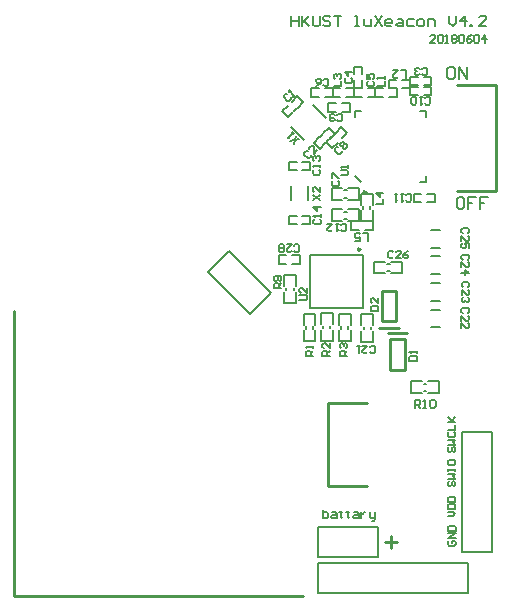
<source format=gto>
G04*
G04 #@! TF.GenerationSoftware,Altium Limited,Altium Designer,18.0.9 (584)*
G04*
G04 Layer_Color=65535*
%FSLAX25Y25*%
%MOIN*%
G70*
G01*
G75*
%ADD10C,0.00984*%
%ADD11C,0.01000*%
%ADD12C,0.00787*%
%ADD13C,0.00600*%
%ADD14C,0.00500*%
%ADD15C,0.00591*%
%ADD16C,0.00551*%
D10*
X117520Y134521D02*
G03*
X117520Y134521I-492J0D01*
G01*
D11*
X115551Y115551D02*
G03*
X115551Y115551I-394J0D01*
G01*
X124803Y87697D02*
X131201D01*
X130512Y75394D02*
Y85532D01*
X125591Y75394D02*
X130512D01*
X125591D02*
Y85532D01*
X130512D01*
X121949Y89370D02*
X128347D01*
X122638Y91535D02*
Y101673D01*
X127559D01*
Y91535D02*
Y101673D01*
X122638Y91535D02*
X127559D01*
X147736Y135039D02*
X160728D01*
X147638Y170276D02*
X160728D01*
Y135039D02*
Y170276D01*
X104921Y64370D02*
X117815D01*
X104921Y36713D02*
Y64370D01*
Y36713D02*
X117815D01*
X0Y0D02*
X96555D01*
X-0Y0D02*
X0Y0D01*
X-0Y0D02*
Y95079D01*
X123721Y17960D02*
X127719D01*
X125720Y19959D02*
Y15960D01*
D12*
X151594Y905D02*
Y10905D01*
X101594Y905D02*
X151594D01*
X101594Y10905D02*
X151594D01*
X101594Y905D02*
Y10905D01*
X101594Y12913D02*
Y22913D01*
X121595D01*
Y12913D02*
Y22913D01*
X101594Y12913D02*
X121595D01*
X136811Y68405D02*
X137598Y68405D01*
X136811Y70768D02*
X137598D01*
X124508Y110630D02*
X125295Y110630D01*
X124508Y108268D02*
X125295Y108268D01*
X109252Y89075D02*
Y89862D01*
X111614Y89862D02*
X111614Y89075D01*
X103248Y89173D02*
Y89961D01*
X105610Y89961D02*
X105610Y89173D01*
X97441Y89075D02*
Y89862D01*
X99803Y89862D02*
X99803Y89075D01*
X119095Y89665D02*
X119095Y88878D01*
X116732Y89665D02*
X116732Y88878D01*
X139044Y95472D02*
X142194D01*
X139044Y89567D02*
X142194D01*
X139044Y104331D02*
X142194D01*
X139044Y98425D02*
X142194D01*
X139044Y113189D02*
X142194D01*
X139044Y107283D02*
X142194D01*
X139044Y122047D02*
X142194D01*
X139044Y116142D02*
X142194D01*
X110196Y135157D02*
X110983D01*
X110196Y132794D02*
X110983D01*
X113879Y140033D02*
X115847Y138065D01*
X113879Y159718D02*
Y161687D01*
X115847D01*
X135532D02*
X137501D01*
Y159718D02*
Y161687D01*
Y138065D02*
Y140033D01*
X135532Y138065D02*
X137501D01*
X118871Y129082D02*
Y129869D01*
X116509Y129082D02*
Y129869D01*
X110196Y128057D02*
X110983D01*
X110196Y125695D02*
X110983D01*
X92321Y131950D02*
Y136675D01*
X98227Y131950D02*
Y136675D01*
X149331Y54606D02*
X159331D01*
Y14606D02*
Y54606D01*
X149331Y14606D02*
Y54606D01*
Y14606D02*
X159331D01*
X93307Y102756D02*
X93307Y101969D01*
X90945Y101969D02*
Y102756D01*
X116339Y95965D02*
Y113681D01*
X98622Y95965D02*
X116339D01*
X98622D02*
Y113681D01*
X116339D01*
X71767Y115028D02*
X85910Y100886D01*
X64696Y107957D02*
X71767Y115028D01*
X64696Y107957D02*
X78839Y93815D01*
X85910Y100886D01*
X149606Y132873D02*
X148294D01*
X147638Y132217D01*
Y129593D01*
X148294Y128937D01*
X149606D01*
X150262Y129593D01*
Y132217D01*
X149606Y132873D01*
X154197D02*
X151574D01*
Y130905D01*
X152885D01*
X151574D01*
Y128937D01*
X158133Y132873D02*
X155509D01*
Y130905D01*
X156821D01*
X155509D01*
Y128937D01*
X146555Y176312D02*
X145243D01*
X144587Y175656D01*
Y173032D01*
X145243Y172376D01*
X146555D01*
X147210Y173032D01*
Y175656D01*
X146555Y176312D01*
X148522Y172376D02*
Y176312D01*
X151146Y172376D01*
Y176312D01*
D13*
X138189Y67618D02*
X141831D01*
X132579D02*
X136221D01*
X138189Y71555D02*
X141831D01*
X132579D02*
X136221D01*
X141831D02*
X141831Y67618D01*
X132579D02*
X132579Y71555D01*
X120276Y111417D02*
X123917Y111417D01*
X125886Y111417D02*
X129528Y111417D01*
X120276Y107480D02*
X123917Y107480D01*
X125886D02*
X129527D01*
X129528Y111417D01*
X120276D02*
X120276Y107480D01*
X108465Y84842D02*
X112402Y84842D01*
X108465Y94095D02*
X112402Y94095D01*
X108465Y84842D02*
Y88484D01*
Y90453D02*
Y94095D01*
X112402Y84842D02*
Y88484D01*
Y90453D02*
Y94095D01*
X102461Y84941D02*
X106398Y84941D01*
X102461Y94193D02*
X106398Y94193D01*
X102461Y84941D02*
Y88583D01*
Y90551D02*
Y94193D01*
X106398Y84941D02*
Y88583D01*
Y90551D02*
Y94193D01*
X96653Y84842D02*
X100591Y84842D01*
X96653Y94095D02*
X100591Y94095D01*
X96653Y84842D02*
Y88484D01*
Y90453D02*
Y94095D01*
X100591Y84842D02*
Y88484D01*
Y90453D02*
Y94095D01*
X119882Y93898D02*
X119882Y90256D01*
X119882Y88287D02*
X119882Y84646D01*
X115945Y90256D02*
X115945Y93898D01*
X115945Y84646D02*
Y88287D01*
Y84646D02*
X119882Y84646D01*
X115945Y93898D02*
X119882Y93898D01*
X95472Y110728D02*
Y113484D01*
X88385Y110728D02*
Y113484D01*
X90945D01*
X92913D02*
X95472D01*
X88385Y110728D02*
X90945D01*
X92913D02*
X95472D01*
X113412Y176418D02*
X116168D01*
X113412Y169332D02*
X116168D01*
X113412D02*
Y171891D01*
Y173860D02*
Y176418D01*
X116168Y169332D02*
Y171891D01*
Y173860D02*
Y176418D01*
X139233Y170197D02*
Y172953D01*
X132146Y170197D02*
Y172953D01*
X134705D01*
X136674D02*
X139233D01*
X132146Y170197D02*
X134705Y170197D01*
X136674Y170197D02*
X139233D01*
X113447Y166398D02*
Y169154D01*
X120533Y166398D02*
Y169154D01*
X117974Y166398D02*
X120533Y166398D01*
X113447D02*
X116006D01*
X117974Y169154D02*
X120533D01*
X113447D02*
X116006D01*
X99247Y166398D02*
Y169154D01*
X106333Y166398D02*
Y169154D01*
X103774Y166398D02*
X106333D01*
X99247D02*
X101806D01*
X103774Y169154D02*
X106333D01*
X99247D02*
X101806D01*
X120547Y166398D02*
Y169154D01*
X127633Y166398D02*
Y169154D01*
X125074Y166398D02*
X127633D01*
X120547D02*
X123106Y166398D01*
X125074Y169154D02*
X127633D01*
X120547D02*
X123106D01*
X125047Y169198D02*
Y171954D01*
X132133Y169198D02*
Y171954D01*
X129574Y169198D02*
X132133D01*
X125047D02*
X127606D01*
X129574Y171954D02*
X132133D01*
X125047D02*
X127606D01*
X106347Y169154D02*
X106347Y166398D01*
X113433Y169154D02*
X113433Y166398D01*
X110874D02*
X113433D01*
X106347D02*
X108906Y166398D01*
X110874Y169154D02*
X113433D01*
X106347D02*
X108906D01*
X100010Y151045D02*
X101959Y149096D01*
X105021Y156056D02*
X106970Y154107D01*
X105160Y152298D02*
X106970Y154107D01*
X101959Y149096D02*
X103768Y150906D01*
X103211Y154246D02*
X105021Y156056D01*
X100010Y151045D02*
X101819Y152854D01*
X104947Y161398D02*
Y164154D01*
X112033Y161398D02*
Y164154D01*
X109474Y161398D02*
X112033D01*
X104947D02*
X107506D01*
X109474Y164154D02*
X112033D01*
X104947D02*
X107506D01*
X105964Y135944D02*
X109606D01*
X111574D02*
X115216D01*
X105964Y132007D02*
X109606D01*
X111574D02*
X115216D01*
Y135944D01*
X105964Y132007D02*
Y135944D01*
X104210Y151245D02*
X106159Y149296D01*
X109221Y156256D02*
X111170Y154307D01*
X109360Y152498D02*
X111170Y154307D01*
X106159Y149296D02*
X107968Y151106D01*
X107411Y154446D02*
X109221Y156256D01*
X104210Y151245D02*
X106019Y153054D01*
X140433Y131297D02*
Y134053D01*
X133346Y131297D02*
Y134053D01*
X135905D01*
X137874D02*
X140433D01*
X133346Y131297D02*
X135905D01*
X137874D02*
X140433D01*
X93488Y161603D02*
X94462Y162578D01*
X92513Y156175D02*
X96689Y151999D01*
X101992Y152987D02*
X103022Y154017D01*
X99918Y163524D02*
X104066Y159376D01*
X94521Y166555D02*
X96470Y164606D01*
X89510Y161544D02*
X91459Y159595D01*
X89510Y161544D02*
X91319Y163354D01*
X92711Y164745D02*
X94521Y166555D01*
X91459Y159595D02*
X93268Y161405D01*
X94660Y162797D02*
X96470Y164606D01*
X115721Y134101D02*
X119658D01*
X115721Y124850D02*
X119658D01*
Y130460D02*
Y134101D01*
Y124850D02*
Y128491D01*
X115721Y130460D02*
Y134101D01*
Y124850D02*
Y128491D01*
X112547Y124854D02*
X115106D01*
X117074D02*
X119633D01*
X112547Y122098D02*
X115106D01*
X117074D02*
X119633D01*
Y124854D01*
X112547Y122098D02*
Y124854D01*
X139233Y166897D02*
Y169653D01*
X132146Y166897D02*
Y169653D01*
X134705D01*
X136674D02*
X139233D01*
X132146Y166897D02*
X134705D01*
X136674D02*
X139233D01*
X105964Y128844D02*
X109606D01*
X111574D02*
X115216D01*
X105964Y124907D02*
X109606D01*
X111574D02*
X115216D01*
Y128844D01*
X105964Y124907D02*
Y128844D01*
X96258Y141934D02*
X98817D01*
X91730D02*
X94289D01*
X96258Y144690D02*
X98817D01*
X91730D02*
X94289D01*
X91730Y141934D02*
Y144690D01*
X98817Y141934D02*
Y144690D01*
X96258Y123934D02*
X98817D01*
X91730D02*
X94289D01*
X96258Y126690D02*
X98817D01*
X91730D02*
X94289D01*
X91730Y123934D02*
Y126690D01*
X98817Y123934D02*
Y126690D01*
X94095Y103347D02*
Y106988D01*
Y97736D02*
Y101378D01*
X90158Y103347D02*
Y106988D01*
Y97736D02*
Y101378D01*
Y106988D02*
X94095Y106988D01*
X90158Y97736D02*
X94095Y97736D01*
D14*
X140592Y184449D02*
X138926D01*
X140592Y186115D01*
Y186531D01*
X140176Y186948D01*
X139342D01*
X138926Y186531D01*
X141425D02*
X141842Y186948D01*
X142675D01*
X143091Y186531D01*
Y184865D01*
X142675Y184449D01*
X141842D01*
X141425Y184865D01*
Y186531D01*
X143924Y184449D02*
X144757D01*
X144341D01*
Y186948D01*
X143924Y186531D01*
X146007D02*
X146424Y186948D01*
X147257D01*
X147673Y186531D01*
Y186115D01*
X147257Y185698D01*
X147673Y185282D01*
Y184865D01*
X147257Y184449D01*
X146424D01*
X146007Y184865D01*
Y185282D01*
X146424Y185698D01*
X146007Y186115D01*
Y186531D01*
X146424Y185698D02*
X147257D01*
X148506Y186531D02*
X148923Y186948D01*
X149756D01*
X150172Y186531D01*
Y184865D01*
X149756Y184449D01*
X148923D01*
X148506Y184865D01*
Y186531D01*
X152672Y186948D02*
X151839Y186531D01*
X151005Y185698D01*
Y184865D01*
X151422Y184449D01*
X152255D01*
X152672Y184865D01*
Y185282D01*
X152255Y185698D01*
X151005D01*
X153505Y186531D02*
X153921Y186948D01*
X154754D01*
X155171Y186531D01*
Y184865D01*
X154754Y184449D01*
X153921D01*
X153505Y184865D01*
Y186531D01*
X157253Y184449D02*
Y186948D01*
X156004Y185698D01*
X157670D01*
X145260Y18398D02*
X144843Y17982D01*
Y17149D01*
X145260Y16732D01*
X146926D01*
X147343Y17149D01*
Y17982D01*
X146926Y18398D01*
X146093D01*
Y17565D01*
X147343Y19231D02*
X144843D01*
X147343Y20898D01*
X144843D01*
Y21731D02*
X147343D01*
Y22980D01*
X146926Y23397D01*
X145260D01*
X144843Y22980D01*
Y21731D01*
X144745Y26476D02*
X146411D01*
X147244Y27309D01*
X146411Y28142D01*
X144745D01*
Y28976D02*
X147244D01*
Y30225D01*
X146828Y30642D01*
X145161D01*
X144745Y30225D01*
Y28976D01*
Y31475D02*
X147244D01*
Y32724D01*
X146828Y33141D01*
X145161D01*
X144745Y32724D01*
Y31475D01*
X145161Y38182D02*
X144745Y37765D01*
Y36932D01*
X145161Y36516D01*
X145578D01*
X145994Y36932D01*
Y37765D01*
X146411Y38182D01*
X146828D01*
X147244Y37765D01*
Y36932D01*
X146828Y36516D01*
X144745Y39015D02*
X147244D01*
X146411Y39848D01*
X147244Y40681D01*
X144745D01*
Y41514D02*
Y42347D01*
Y41931D01*
X147244D01*
Y41514D01*
Y42347D01*
X144745Y44846D02*
Y44013D01*
X145161Y43597D01*
X146828D01*
X147244Y44013D01*
Y44846D01*
X146828Y45263D01*
X145161D01*
X144745Y44846D01*
X145161Y49599D02*
X144745Y49183D01*
Y48350D01*
X145161Y47933D01*
X145578D01*
X145994Y48350D01*
Y49183D01*
X146411Y49599D01*
X146828D01*
X147244Y49183D01*
Y48350D01*
X146828Y47933D01*
X144745Y50432D02*
X147244D01*
X146411Y51265D01*
X147244Y52098D01*
X144745D01*
X145161Y54598D02*
X144745Y54181D01*
Y53348D01*
X145161Y52931D01*
X146828D01*
X147244Y53348D01*
Y54181D01*
X146828Y54598D01*
X144745Y55431D02*
X147244D01*
Y57097D01*
X144745Y57930D02*
X147244D01*
X146411D01*
X144745Y59596D01*
X145994Y58346D01*
X147244Y59596D01*
X95237Y98622D02*
X97320D01*
X97736Y99039D01*
Y99872D01*
X97320Y100288D01*
X95237D01*
X97736Y102787D02*
Y101121D01*
X96070Y102787D01*
X95654D01*
X95237Y102371D01*
Y101538D01*
X95654Y101121D01*
X118708Y81283D02*
X119124Y80867D01*
X119957D01*
X120374Y81283D01*
Y82950D01*
X119957Y83366D01*
X119124D01*
X118708Y82950D01*
X116209Y83366D02*
X117875D01*
X116209Y81700D01*
Y81283D01*
X116625Y80867D01*
X117458D01*
X117875Y81283D01*
X115376Y83366D02*
X114543D01*
X114959D01*
Y80867D01*
X115376Y81283D01*
X151295Y94298D02*
X151712Y94715D01*
Y95548D01*
X151295Y95965D01*
X149629D01*
X149213Y95548D01*
Y94715D01*
X149629Y94298D01*
X149213Y91799D02*
Y93465D01*
X150879Y91799D01*
X151295D01*
X151712Y92216D01*
Y93049D01*
X151295Y93465D01*
X149213Y89300D02*
Y90966D01*
X150879Y89300D01*
X151295D01*
X151712Y89717D01*
Y90550D01*
X151295Y90966D01*
X151394Y102861D02*
X151810Y103278D01*
Y104111D01*
X151394Y104528D01*
X149728D01*
X149311Y104111D01*
Y103278D01*
X149728Y102861D01*
X149311Y100362D02*
Y102028D01*
X150977Y100362D01*
X151394D01*
X151810Y100779D01*
Y101612D01*
X151394Y102028D01*
Y99529D02*
X151810Y99113D01*
Y98280D01*
X151394Y97863D01*
X150977D01*
X150561Y98280D01*
Y98696D01*
Y98280D01*
X150144Y97863D01*
X149728D01*
X149311Y98280D01*
Y99113D01*
X149728Y99529D01*
X151295Y112113D02*
X151712Y112530D01*
Y113363D01*
X151295Y113779D01*
X149629D01*
X149213Y113363D01*
Y112530D01*
X149629Y112113D01*
X149213Y109614D02*
Y111280D01*
X150879Y109614D01*
X151295D01*
X151712Y110031D01*
Y110864D01*
X151295Y111280D01*
X149213Y107531D02*
X151712D01*
X150462Y108781D01*
Y107115D01*
X151295Y120873D02*
X151712Y121290D01*
Y122123D01*
X151295Y122539D01*
X149629D01*
X149213Y122123D01*
Y121290D01*
X149629Y120873D01*
X149213Y118374D02*
Y120040D01*
X150879Y118374D01*
X151295D01*
X151712Y118791D01*
Y119624D01*
X151295Y120040D01*
X151712Y115875D02*
Y117541D01*
X150462D01*
X150879Y116708D01*
Y116291D01*
X150462Y115875D01*
X149629D01*
X149213Y116291D01*
Y117124D01*
X149629Y117541D01*
X126568Y114583D02*
X126151Y114999D01*
X125318D01*
X124902Y114583D01*
Y112917D01*
X125318Y112500D01*
X126151D01*
X126568Y112917D01*
X129067Y112500D02*
X127401D01*
X129067Y114166D01*
Y114583D01*
X128650Y114999D01*
X127817D01*
X127401Y114583D01*
X131566Y114999D02*
X130733Y114583D01*
X129900Y113750D01*
Y112917D01*
X130316Y112500D01*
X131150D01*
X131566Y112917D01*
Y113333D01*
X131150Y113750D01*
X129900D01*
X93511Y115142D02*
X93928Y114725D01*
X94761D01*
X95177Y115142D01*
Y116808D01*
X94761Y117224D01*
X93928D01*
X93511Y116808D01*
X91012Y117224D02*
X92678D01*
X91012Y115558D01*
Y115142D01*
X91428Y114725D01*
X92261D01*
X92678Y115142D01*
X90179D02*
X89762Y114725D01*
X88929D01*
X88513Y115142D01*
Y115558D01*
X88929Y115975D01*
X88513Y116391D01*
Y116808D01*
X88929Y117224D01*
X89762D01*
X90179Y116808D01*
Y116391D01*
X89762Y115975D01*
X90179Y115558D01*
Y115142D01*
X89762Y115975D02*
X88929D01*
X131950Y78445D02*
X134449D01*
Y79694D01*
X134032Y80111D01*
X132366D01*
X131950Y79694D01*
Y78445D01*
X134449Y80944D02*
Y81777D01*
Y81361D01*
X131950D01*
X132366Y80944D01*
X118957Y95079D02*
X121457D01*
Y96328D01*
X121040Y96745D01*
X119374D01*
X118957Y96328D01*
Y95079D01*
X121457Y99244D02*
Y97578D01*
X119791Y99244D01*
X119374D01*
X118957Y98827D01*
Y97995D01*
X119374Y97578D01*
X99803Y80118D02*
X97304D01*
Y81368D01*
X97720Y81784D01*
X98554D01*
X98970Y81368D01*
Y80118D01*
Y80951D02*
X99803Y81784D01*
Y82617D02*
Y83450D01*
Y83034D01*
X97304D01*
X97720Y82617D01*
X105413Y80020D02*
X102914D01*
Y81269D01*
X103331Y81686D01*
X104164D01*
X104580Y81269D01*
Y80020D01*
Y80853D02*
X105413Y81686D01*
Y84185D02*
Y82519D01*
X103747Y84185D01*
X103331D01*
X102914Y83768D01*
Y82935D01*
X103331Y82519D01*
X111221Y80020D02*
X108721D01*
Y81269D01*
X109138Y81686D01*
X109971D01*
X110387Y81269D01*
Y80020D01*
Y80853D02*
X111221Y81686D01*
X109138Y82519D02*
X108721Y82935D01*
Y83768D01*
X109138Y84185D01*
X109554D01*
X109971Y83768D01*
Y83352D01*
Y83768D01*
X110387Y84185D01*
X110804D01*
X111221Y83768D01*
Y82935D01*
X110804Y82519D01*
X110707Y172642D02*
X110291Y172225D01*
Y171392D01*
X110707Y170976D01*
X112373D01*
X112790Y171392D01*
Y172225D01*
X112373Y172642D01*
X112790Y174724D02*
X110291D01*
X111540Y173475D01*
Y175141D01*
X136124Y173993D02*
X136540Y173576D01*
X137373D01*
X137790Y173993D01*
Y175659D01*
X137373Y176076D01*
X136540D01*
X136124Y175659D01*
X135291Y173993D02*
X134874Y173576D01*
X134041D01*
X133624Y173993D01*
Y174409D01*
X134041Y174826D01*
X134458D01*
X134041D01*
X133624Y175242D01*
Y175659D01*
X134041Y176076D01*
X134874D01*
X135291Y175659D01*
X118107Y171542D02*
X117691Y171125D01*
Y170292D01*
X118107Y169876D01*
X119773D01*
X120190Y170292D01*
Y171125D01*
X119773Y171542D01*
X117691Y174041D02*
Y172375D01*
X118940D01*
X118524Y173208D01*
Y173624D01*
X118940Y174041D01*
X119773D01*
X120190Y173624D01*
Y172791D01*
X119773Y172375D01*
X103224Y170293D02*
X103640Y169876D01*
X104473D01*
X104890Y170293D01*
Y171959D01*
X104473Y172376D01*
X103640D01*
X103224Y171959D01*
X100724Y169876D02*
X101558Y170293D01*
X102391Y171126D01*
Y171959D01*
X101974Y172376D01*
X101141D01*
X100724Y171959D01*
Y171543D01*
X101141Y171126D01*
X102391D01*
X121191Y169876D02*
X123690D01*
Y171542D01*
Y172375D02*
Y173208D01*
Y172791D01*
X121191D01*
X121607Y172375D01*
X130690Y172676D02*
Y175176D01*
X129024D01*
X126524D02*
X128191D01*
X126524Y173509D01*
Y173093D01*
X126941Y172676D01*
X127774D01*
X128191Y173093D01*
X106691Y169876D02*
X109190D01*
Y171542D01*
X107107Y172375D02*
X106691Y172791D01*
Y173624D01*
X107107Y174041D01*
X107524D01*
X107940Y173624D01*
Y173208D01*
Y173624D01*
X108357Y174041D01*
X108773D01*
X109190Y173624D01*
Y172791D01*
X108773Y172375D01*
X97995Y148226D02*
X97406D01*
X96817Y147637D01*
Y147048D01*
X97995Y145870D01*
X98584D01*
X99173Y146459D01*
Y147048D01*
X101235Y148521D02*
X100057Y147343D01*
Y149699D01*
X99762Y149994D01*
X99173D01*
X98584Y149405D01*
Y148815D01*
X107824Y158593D02*
X108240Y158176D01*
X109073D01*
X109490Y158593D01*
Y160259D01*
X109073Y160676D01*
X108240D01*
X107824Y160259D01*
X106991D02*
X106574Y160676D01*
X105741D01*
X105324Y160259D01*
Y158593D01*
X105741Y158176D01*
X106574D01*
X106991Y158593D01*
Y159009D01*
X106574Y159426D01*
X105324D01*
X106407Y138342D02*
X105991Y137925D01*
Y137092D01*
X106407Y136676D01*
X108073D01*
X108490Y137092D01*
Y137925D01*
X108073Y138342D01*
X105991Y139175D02*
Y140841D01*
X106407D01*
X108073Y139175D01*
X108490D01*
X108195Y149626D02*
X107606D01*
X107017Y149037D01*
Y148448D01*
X108195Y147270D01*
X108784D01*
X109373Y147859D01*
Y148448D01*
X108784Y150215D02*
Y150804D01*
X109373Y151394D01*
X109962D01*
X110257Y151099D01*
Y150510D01*
X110846Y150510D01*
X111141Y150215D01*
Y149626D01*
X110552Y149037D01*
X109962D01*
X109668Y149332D01*
X109668Y149921D01*
X109079D01*
X108784Y150215D01*
X109668Y149921D02*
X110257Y150510D01*
X130824Y131872D02*
X131240Y131455D01*
X132073D01*
X132490Y131872D01*
Y133538D01*
X132073Y133955D01*
X131240D01*
X130824Y133538D01*
X129991Y133955D02*
X129157D01*
X129574D01*
Y131455D01*
X129991Y131872D01*
X127908Y133955D02*
X127075D01*
X127491D01*
Y131455D01*
X127908Y131872D01*
X108991Y140176D02*
X111073D01*
X111490Y140592D01*
Y141425D01*
X111073Y141842D01*
X108991D01*
X111490Y142675D02*
Y143508D01*
Y143091D01*
X108991D01*
X109407Y142675D01*
X93423Y150508D02*
X94012Y153454D01*
X92244Y151687D02*
X95190Y152276D01*
X93423Y154043D02*
X92834Y154632D01*
X93128Y154337D01*
X91361Y152570D01*
X91950D01*
X91195Y167326D02*
X90606D01*
X90017Y166737D01*
Y166148D01*
X91195Y164970D01*
X91784D01*
X92373Y165559D01*
Y166148D01*
X93257Y166443D02*
X93846Y167032D01*
X93551Y166737D01*
X91784Y168505D01*
Y167915D01*
X120729Y130610D02*
X123228D01*
Y132276D01*
Y134359D02*
X120729D01*
X121979Y133109D01*
Y134776D01*
X118012Y118465D02*
Y120965D01*
X116346D01*
X113847Y118465D02*
X115513D01*
Y119715D01*
X114680Y119298D01*
X114263D01*
X113847Y119715D01*
Y120548D01*
X114263Y120965D01*
X115096D01*
X115513Y120548D01*
X137124Y164193D02*
X137540Y163776D01*
X138373D01*
X138790Y164193D01*
Y165859D01*
X138373Y166276D01*
X137540D01*
X137124Y165859D01*
X136291Y166276D02*
X135458D01*
X135874D01*
Y163776D01*
X136291Y164193D01*
X134208D02*
X133791Y163776D01*
X132958D01*
X132542Y164193D01*
Y165859D01*
X132958Y166276D01*
X133791D01*
X134208Y165859D01*
Y164193D01*
X109161Y121933D02*
X109577Y121517D01*
X110410D01*
X110827Y121933D01*
Y123599D01*
X110410Y124016D01*
X109577D01*
X109161Y123599D01*
X108328Y124016D02*
X107494D01*
X107911D01*
Y121517D01*
X108328Y121933D01*
X104579Y124016D02*
X106245D01*
X104579Y122350D01*
Y121933D01*
X104995Y121517D01*
X105828D01*
X106245Y121933D01*
X100091Y142079D02*
X99675Y141662D01*
Y140829D01*
X100091Y140413D01*
X101758D01*
X102174Y140829D01*
Y141662D01*
X101758Y142079D01*
X102174Y142912D02*
Y143745D01*
Y143328D01*
X99675D01*
X100091Y142912D01*
Y144994D02*
X99675Y145411D01*
Y146244D01*
X100091Y146661D01*
X100508D01*
X100924Y146244D01*
Y145827D01*
Y146244D01*
X101341Y146661D01*
X101758D01*
X102174Y146244D01*
Y145411D01*
X101758Y144994D01*
X100291Y125479D02*
X99875Y125062D01*
Y124229D01*
X100291Y123813D01*
X101957D01*
X102374Y124229D01*
Y125062D01*
X101957Y125479D01*
X102374Y126312D02*
Y127145D01*
Y126728D01*
X99875D01*
X100291Y126312D01*
X102374Y129644D02*
X99875D01*
X101124Y128394D01*
Y130061D01*
X99675Y132113D02*
X102174Y133779D01*
X99675D02*
X102174Y132113D01*
Y136278D02*
Y134612D01*
X100508Y136278D01*
X100091D01*
X99675Y135861D01*
Y135028D01*
X100091Y134612D01*
X89272Y102559D02*
X86773D01*
Y103809D01*
X87189Y104225D01*
X88022D01*
X88439Y103809D01*
Y102559D01*
Y103392D02*
X89272Y104225D01*
X88855Y105058D02*
X89272Y105475D01*
Y106308D01*
X88855Y106724D01*
X87189D01*
X86773Y106308D01*
Y105475D01*
X87189Y105058D01*
X87606D01*
X88022Y105475D01*
Y106724D01*
D15*
X92618Y193404D02*
Y189862D01*
Y191633D01*
X94980D01*
Y193404D01*
Y189862D01*
X96160Y193404D02*
Y189862D01*
Y191043D01*
X98522Y193404D01*
X96751Y191633D01*
X98522Y189862D01*
X99702Y193404D02*
Y190453D01*
X100293Y189862D01*
X101473D01*
X102064Y190453D01*
Y193404D01*
X105606Y192814D02*
X105016Y193404D01*
X103835D01*
X103245Y192814D01*
Y192224D01*
X103835Y191633D01*
X105016D01*
X105606Y191043D01*
Y190453D01*
X105016Y189862D01*
X103835D01*
X103245Y190453D01*
X106787Y193404D02*
X109148D01*
X107967D01*
Y189862D01*
X113871D02*
X115052D01*
X114461D01*
Y193404D01*
X113871D01*
X116823Y192224D02*
Y190453D01*
X117413Y189862D01*
X119184D01*
Y192224D01*
X120365Y193404D02*
X122727Y189862D01*
Y193404D02*
X120365Y189862D01*
X125678D02*
X124498D01*
X123907Y190453D01*
Y191633D01*
X124498Y192224D01*
X125678D01*
X126269Y191633D01*
Y191043D01*
X123907D01*
X128040Y192224D02*
X129220D01*
X129811Y191633D01*
Y189862D01*
X128040D01*
X127449Y190453D01*
X128040Y191043D01*
X129811D01*
X133353Y192224D02*
X131582D01*
X130991Y191633D01*
Y190453D01*
X131582Y189862D01*
X133353D01*
X135124D02*
X136305D01*
X136895Y190453D01*
Y191633D01*
X136305Y192224D01*
X135124D01*
X134534Y191633D01*
Y190453D01*
X135124Y189862D01*
X138076D02*
Y192224D01*
X139847D01*
X140437Y191633D01*
Y189862D01*
X145160Y193404D02*
Y191043D01*
X146341Y189862D01*
X147522Y191043D01*
Y193404D01*
X150473Y189862D02*
Y193404D01*
X148702Y191633D01*
X151064D01*
X152244Y189862D02*
Y190453D01*
X152835D01*
Y189862D01*
X152244D01*
X157558D02*
X155196D01*
X157558Y192224D01*
Y192814D01*
X156967Y193404D01*
X155787D01*
X155196Y192814D01*
D16*
X103051Y28739D02*
Y25984D01*
X104429D01*
X104888Y26443D01*
Y26903D01*
Y27362D01*
X104429Y27821D01*
X103051D01*
X106265D02*
X107184D01*
X107643Y27362D01*
Y25984D01*
X106265D01*
X105806Y26443D01*
X106265Y26903D01*
X107643D01*
X109020Y28280D02*
Y27821D01*
X108561D01*
X109480D01*
X109020D01*
Y26443D01*
X109480Y25984D01*
X111316Y28280D02*
Y27821D01*
X110857D01*
X111775D01*
X111316D01*
Y26443D01*
X111775Y25984D01*
X113612Y27821D02*
X114530D01*
X114990Y27362D01*
Y25984D01*
X113612D01*
X113153Y26443D01*
X113612Y26903D01*
X114990D01*
X115908Y27821D02*
Y25984D01*
Y26903D01*
X116367Y27362D01*
X116826Y27821D01*
X117285D01*
X118663D02*
Y26443D01*
X119122Y25984D01*
X120500D01*
Y25525D01*
X120041Y25066D01*
X119581D01*
X120500Y25984D02*
Y27821D01*
X133760Y62697D02*
Y65452D01*
X135137D01*
X135597Y64993D01*
Y64074D01*
X135137Y63615D01*
X133760D01*
X134678D02*
X135597Y62697D01*
X136515D02*
X137433D01*
X136974D01*
Y65452D01*
X136515Y64993D01*
X138811D02*
X139270Y65452D01*
X140188D01*
X140647Y64993D01*
Y63156D01*
X140188Y62697D01*
X139270D01*
X138811Y63156D01*
Y64993D01*
M02*

</source>
